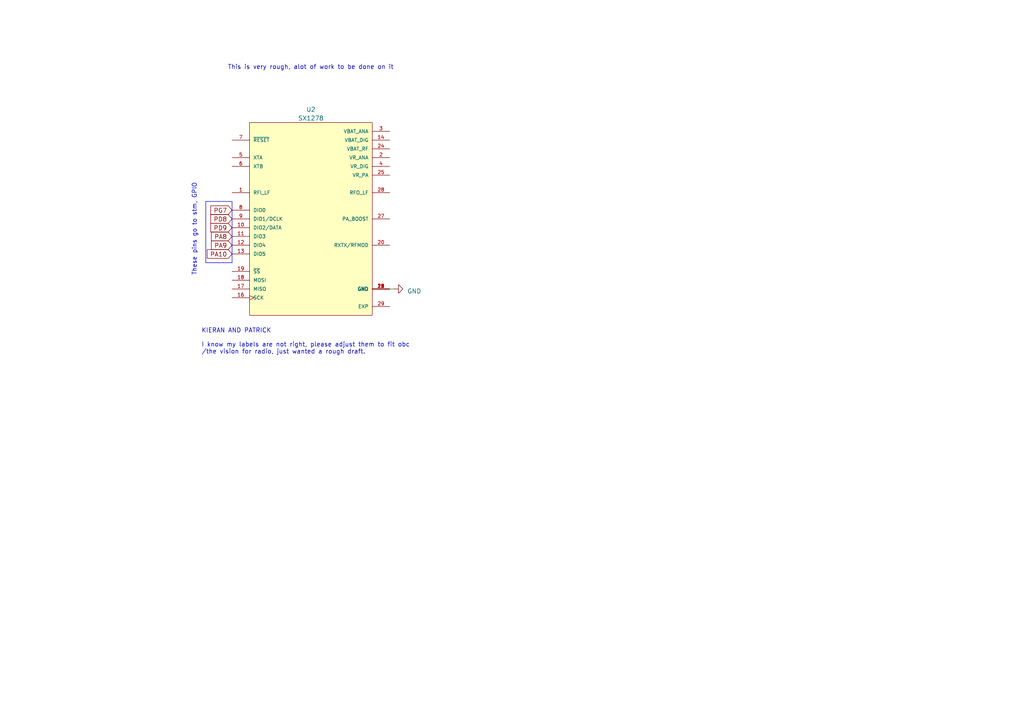
<source format=kicad_sch>
(kicad_sch (version 20230121) (generator eeschema)
  (paper "A4")
  (lib_symbols
    (symbol "SX:SX1278" (pin_names (offset 1.016))
      (property "Reference" "U" (at -17.78 30.48 0))
      (property "Value" "SX1278" (at -17.78 -30.48 0))
      (symbol "SX1278_0_0"
        (rectangle (start -17.78 -27.94) (end 17.78 27.94) (stroke (width 0.1524)) (fill (type background)))
        (pin input line (at -22.86 7.62 0) (length 5.08) (name "RFI_LF") (number "1"))
        (pin bidirectional line (at -22.86 -2.54 0) (length 5.08) (name "DIO2/DATA") (number "10"))
        (pin bidirectional line (at -22.86 -5.08 0) (length 5.08) (name "DIO3") (number "11"))
        (pin bidirectional line (at -22.86 -7.62 0) (length 5.08) (name "DIO4") (number "12"))
        (pin bidirectional line (at -22.86 -10.16 0) (length 5.08) (name "DIO5") (number "13"))
        (pin power_in line (at 22.86 22.86 180) (length 5.08) (name "VBAT_DIG") (number "14"))
        (pin power_in line (at 22.86 -20.32 180) (length 5.08) (name "GND") (number "15"))
        (pin input clock (at -22.86 -22.86 0) (length 5.08) (name "SCK") (number "16"))
        (pin output line (at -22.86 -20.32 0) (length 5.08) (name "MISO") (number "17"))
        (pin input line (at -22.86 -17.78 0) (length 5.08) (name "MOSI") (number "18"))
        (pin input line (at -22.86 -15.24 0) (length 5.08) (name "~{SS}") (number "19"))
        (pin power_in line (at 22.86 17.78 180) (length 5.08) (name "VR_ANA") (number "2"))
        (pin output line (at 22.86 -7.62 180) (length 5.08) (name "RXTX/RFMOD") (number "20"))
        (pin power_in line (at 22.86 -20.32 180) (length 5.08) (name "GND") (number "21"))
        (pin power_in line (at 22.86 -20.32 180) (length 5.08) (name "GND") (number "22"))
        (pin power_in line (at 22.86 -20.32 180) (length 5.08) (name "GND") (number "23"))
        (pin power_in line (at 22.86 20.32 180) (length 5.08) (name "VBAT_RF") (number "24"))
        (pin power_in line (at 22.86 12.7 180) (length 5.08) (name "VR_PA") (number "25"))
        (pin power_in line (at 22.86 -20.32 180) (length 5.08) (name "GND") (number "26"))
        (pin output line (at 22.86 0 180) (length 5.08) (name "PA_BOOST") (number "27"))
        (pin output line (at 22.86 7.62 180) (length 5.08) (name "RFO_LF") (number "28"))
        (pin power_in line (at 22.86 -25.4 180) (length 5.08) (name "EXP") (number "29"))
        (pin power_in line (at 22.86 25.4 180) (length 5.08) (name "VBAT_ANA") (number "3"))
        (pin power_in line (at 22.86 15.24 180) (length 5.08) (name "VR_DIG") (number "4"))
        (pin bidirectional line (at -22.86 17.78 0) (length 5.08) (name "XTA") (number "5"))
        (pin bidirectional line (at -22.86 15.24 0) (length 5.08) (name "XTB") (number "6"))
        (pin bidirectional line (at -22.86 22.86 0) (length 5.08) (name "~{RESET}") (number "7"))
        (pin bidirectional line (at -22.86 2.54 0) (length 5.08) (name "DIO0") (number "8"))
        (pin bidirectional line (at -22.86 0 0) (length 5.08) (name "DIO1/DCLK") (number "9"))
      )
    )
    (symbol "power:GND" (power) (pin_names (offset 0))
      (property "Value" "GND" (at 0 -3.81 0))
      (symbol "GND_0_1"
        (polyline (pts (xy 0 0) (xy 0 -1.27) (xy 1.27 -1.27) (xy 0 -2.54) (xy -1.27 -1.27) (xy 0 -1.27)))
      )
      (symbol "GND_1_1"
        (pin power_in line (at 0 0 270) (length 0) hide (name "GND") (number "1"))
      )
    )
  )
  (wire (pts (xy 114.3 83.82) (xy 113.03 83.82)))
  (rectangle (start 59.69 58.42) (end 67.31 76.2))
  (text "These pins go to stm, GPIO \n" (at 57.15 80.01 90) (effects (font (size 1.27 1.27)) (justify left bottom)))
  (text "This is very rough, alot of work to be done on it" (at 66.04 20.32 0) (effects (font (size 1.27 1.27)) (justify left bottom)))
  (text "KIERAN AND PATRICK \n\nI know my labels are not right, please adjust them to fit obc\n/the vision for radio, just wanted a rough draft. " (at 58.42 102.87 0) (effects (font (size 1.27 1.27)) (justify left bottom)))
  (global_label "PA9" (shape input) (at 67.31 71.12 180) (property "Intersheetrefs" "${INTERSHEET_REFS}" (effects hide)))
  (global_label "PG7" (shape input) (at 67.31 60.96 180) (property "Intersheetrefs" "${INTERSHEET_REFS}" (effects hide)))
  (global_label "PD9" (shape input) (at 67.31 66.04 180) (property "Intersheetrefs" "${INTERSHEET_REFS}" (effects hide)))
  (global_label "PA10" (shape input) (at 67.31 73.66 180) (property "Intersheetrefs" "${INTERSHEET_REFS}" (effects hide)))
  (global_label "PD8" (shape input) (at 67.31 63.5 180) (property "Intersheetrefs" "${INTERSHEET_REFS}" (effects hide)))
  (global_label "PA8" (shape input) (at 67.31 68.58 180) (property "Intersheetrefs" "${INTERSHEET_REFS}" (effects hide)))
  (symbol (lib_id "power:GND") (at 114.3 83.82 90) (unit 1)
    (property "Reference" "#PWR015" (effects hide))
    (property "Value" "GND" (at 118.11 84.455 90) (effects (justify right)))
  )
  (symbol (lib_id "SX:SX1278") (at 90.17 63.5 0) (unit 1)
    (property "Reference" "U2" (at 90.17 31.75 0))
    (property "Value" "SX1278" (at 90.17 34.29 0))
    (property "Footprint" "QFN65P600X600X100-29N" (effects hide))
    (property "PARTREV" "7" (effects hide))
    (property "STANDARD" "IPC-7351B" (effects hide))
    (property "MAXIMUM_PACKAGE_HEIGHT" "1.00mm" (effects hide))
    (property "MANUFACTURER" "Semtech" (effects hide))
  )
)
</source>
